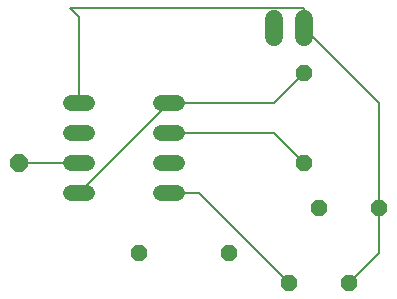
<source format=gbr>
G04 EAGLE Gerber RS-274X export*
G75*
%MOMM*%
%FSLAX34Y34*%
%LPD*%
%INTop Copper*%
%IPPOS*%
%AMOC8*
5,1,8,0,0,1.08239X$1,22.5*%
G01*
%ADD10P,1.429621X8X22.500000*%
%ADD11C,1.320800*%
%ADD12P,1.649562X8X22.500000*%
%ADD13C,1.524000*%
%ADD14P,1.429621X8X112.500000*%
%ADD15P,1.429621X8X202.500000*%
%ADD16C,0.152400*%


D10*
X736600Y330200D03*
X787400Y330200D03*
X711200Y266700D03*
X762000Y266700D03*
D11*
X540004Y419100D02*
X526796Y419100D01*
X526796Y393700D02*
X540004Y393700D01*
X602996Y393700D02*
X616204Y393700D01*
X616204Y419100D02*
X602996Y419100D01*
X540004Y368300D02*
X526796Y368300D01*
X526796Y342900D02*
X540004Y342900D01*
X602996Y368300D02*
X616204Y368300D01*
X616204Y342900D02*
X602996Y342900D01*
D12*
X482600Y368300D03*
D13*
X723900Y474980D02*
X723900Y490220D01*
X698500Y490220D02*
X698500Y474980D01*
D14*
X723900Y368300D03*
X723900Y444500D03*
D15*
X660400Y292100D03*
X584200Y292100D03*
D16*
X698500Y419100D02*
X723900Y444500D01*
X698500Y419100D02*
X609600Y419100D01*
X533400Y342900D01*
X609600Y393700D02*
X698500Y393700D01*
X723900Y368300D01*
X635000Y342900D02*
X711200Y266700D01*
X635000Y342900D02*
X609600Y342900D01*
X723900Y482600D02*
X723900Y500126D01*
X533400Y492252D02*
X533400Y419100D01*
X533400Y492252D02*
X525526Y500126D01*
X723900Y500126D01*
X723900Y482600D02*
X787400Y419100D01*
X787400Y330200D01*
X787400Y292100D01*
X762000Y266700D01*
X533400Y368300D02*
X482600Y368300D01*
M02*

</source>
